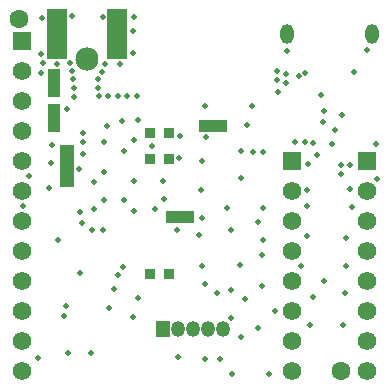
<source format=gts>
G04*
G04 #@! TF.GenerationSoftware,Altium Limited,Altium Designer,18.1.9 (240)*
G04*
G04 Layer_Color=8388736*
%FSLAX25Y25*%
%MOIN*%
G70*
G01*
G75*
%ADD15R,0.04724X0.08661*%
%ADD16R,0.03300X0.04200*%
%ADD17R,0.04200X0.03300*%
%ADD18R,0.03780X0.03780*%
%ADD19R,0.04567X0.04567*%
%ADD20R,0.03630X0.04030*%
%ADD21R,0.06630X0.16630*%
%ADD22C,0.06299*%
%ADD23R,0.04030X0.03630*%
%ADD24R,0.06130X0.06130*%
%ADD25C,0.06130*%
%ADD26O,0.04630X0.05354*%
%ADD27R,0.04630X0.05354*%
%ADD28C,0.07730*%
%ADD29O,0.04567X0.06535*%
%ADD30C,0.01811*%
D15*
X20001Y73500D02*
D03*
D16*
X68550Y86900D02*
D03*
X57450Y56500D02*
D03*
D17*
X15900Y101150D02*
D03*
Y89150D02*
D03*
D18*
X47627Y84368D02*
D03*
X54123D02*
D03*
X47627Y37500D02*
D03*
X54123D02*
D03*
X47627Y75767D02*
D03*
X54123D02*
D03*
D19*
X20000Y78224D02*
D03*
Y73500D02*
D03*
Y68776D02*
D03*
D20*
X71700Y86900D02*
D03*
X65700D02*
D03*
X60600Y56500D02*
D03*
X54600D02*
D03*
D21*
X36900Y117500D02*
D03*
X16900D02*
D03*
D22*
X111500Y5000D02*
D03*
X4000Y122500D02*
D03*
D23*
X15900Y98000D02*
D03*
Y104000D02*
D03*
Y86300D02*
D03*
Y92300D02*
D03*
D24*
X120000Y75000D02*
D03*
X95000D02*
D03*
X5000Y115000D02*
D03*
D25*
X120000Y55000D02*
D03*
Y45000D02*
D03*
Y65000D02*
D03*
Y35000D02*
D03*
Y25000D02*
D03*
Y15000D02*
D03*
Y5000D02*
D03*
X95000Y55000D02*
D03*
Y45000D02*
D03*
Y65000D02*
D03*
Y35000D02*
D03*
Y25000D02*
D03*
Y15000D02*
D03*
Y5000D02*
D03*
X5000Y105000D02*
D03*
Y95000D02*
D03*
Y65000D02*
D03*
Y85000D02*
D03*
Y75000D02*
D03*
Y55000D02*
D03*
X5000Y15000D02*
D03*
Y5000D02*
D03*
X5000Y45000D02*
D03*
Y35000D02*
D03*
Y25000D02*
D03*
D26*
X67000Y19000D02*
D03*
X62000D02*
D03*
X72000D02*
D03*
X57000D02*
D03*
D27*
X52000D02*
D03*
D28*
X26900Y109000D02*
D03*
D29*
X93475Y117500D02*
D03*
X121900D02*
D03*
D30*
X57500Y76000D02*
D03*
X66500Y83000D02*
D03*
X113000Y49500D02*
D03*
Y40000D02*
D03*
X101000Y20500D02*
D03*
X112000D02*
D03*
X75000Y4000D02*
D03*
X87500D02*
D03*
X14000Y66000D02*
D03*
X38500Y88500D02*
D03*
X15000Y80500D02*
D03*
X25512Y77500D02*
D03*
X24000Y72500D02*
D03*
X25512Y81268D02*
D03*
X14750Y74500D02*
D03*
X20000Y92500D02*
D03*
X25500Y84500D02*
D03*
X24500Y58000D02*
D03*
X29000Y68000D02*
D03*
X7500Y70000D02*
D03*
X49500Y59000D02*
D03*
X42500Y58500D02*
D03*
X39000Y62000D02*
D03*
Y78500D02*
D03*
X32500Y81500D02*
D03*
Y62000D02*
D03*
X29000Y59000D02*
D03*
X48500Y80000D02*
D03*
X42500Y68500D02*
D03*
X52000D02*
D03*
X52500Y62500D02*
D03*
X43600Y88900D02*
D03*
X32500Y71500D02*
D03*
X33379Y86825D02*
D03*
X80100Y87100D02*
D03*
X42500Y82000D02*
D03*
X90500Y98000D02*
D03*
X93100Y104200D02*
D03*
X90000Y102100D02*
D03*
X90158Y105118D02*
D03*
X93150Y101050D02*
D03*
X97300Y103500D02*
D03*
X99500Y104300D02*
D03*
X74800Y52200D02*
D03*
X83900Y54700D02*
D03*
X73361Y59300D02*
D03*
X57600Y83500D02*
D03*
X108300Y80700D02*
D03*
X64100Y50300D02*
D03*
X56800Y52200D02*
D03*
X17200Y48800D02*
D03*
X5300Y60000D02*
D03*
X64900Y65300D02*
D03*
X65000Y75000D02*
D03*
Y56200D02*
D03*
X12100Y107650D02*
D03*
X11400Y104500D02*
D03*
X120200Y112200D02*
D03*
X85325Y78000D02*
D03*
X82175D02*
D03*
X105400Y88100D02*
D03*
X105800Y91900D02*
D03*
X79331Y29131D02*
D03*
X123200Y80800D02*
D03*
X123400Y69200D02*
D03*
X111300Y73700D02*
D03*
X114500Y73600D02*
D03*
X99300Y81300D02*
D03*
X105900Y35200D02*
D03*
X111600Y90400D02*
D03*
X57000Y9800D02*
D03*
X32800Y107500D02*
D03*
X31800Y104900D02*
D03*
X93500Y111800D02*
D03*
X30500Y102500D02*
D03*
Y99500D02*
D03*
X30700Y96600D02*
D03*
X21200Y107800D02*
D03*
X21700Y105200D02*
D03*
X22200Y102300D02*
D03*
X22500Y99500D02*
D03*
Y96500D02*
D03*
X78000Y69500D02*
D03*
X25000Y54500D02*
D03*
X37000Y37000D02*
D03*
X32016Y51961D02*
D03*
X28500Y52000D02*
D03*
X42000Y23000D02*
D03*
X70000Y31000D02*
D03*
X66000Y9000D02*
D03*
X71000D02*
D03*
X78000Y16500D02*
D03*
Y78500D02*
D03*
X65000Y40000D02*
D03*
X66000Y34000D02*
D03*
X96000Y81400D02*
D03*
X100200Y65500D02*
D03*
X81800Y93500D02*
D03*
X66200D02*
D03*
X85400Y59500D02*
D03*
X114400Y65600D02*
D03*
X115000Y59800D02*
D03*
X102000Y81000D02*
D03*
X111400Y70600D02*
D03*
X100000Y60000D02*
D03*
X100200Y50000D02*
D03*
X98100Y40200D02*
D03*
X112800Y31000D02*
D03*
X85400Y48891D02*
D03*
X85000Y43900D02*
D03*
X85200Y33400D02*
D03*
X77600Y40300D02*
D03*
X102000Y29700D02*
D03*
X89400Y25000D02*
D03*
X83600Y19400D02*
D03*
X74600Y32100D02*
D03*
X74700Y22700D02*
D03*
X38600Y39900D02*
D03*
X24500Y37800D02*
D03*
X10300Y9400D02*
D03*
X20300Y11000D02*
D03*
X28200D02*
D03*
X19700Y26900D02*
D03*
X34100Y26100D02*
D03*
X11600Y122800D02*
D03*
X11500Y110800D02*
D03*
X42300Y123000D02*
D03*
X42100Y118300D02*
D03*
Y111200D02*
D03*
X37600Y107500D02*
D03*
X16800D02*
D03*
X32000Y123200D02*
D03*
X21700Y123300D02*
D03*
X33800Y96600D02*
D03*
X37100D02*
D03*
X40200D02*
D03*
X43500D02*
D03*
X19000Y23300D02*
D03*
X35800Y32500D02*
D03*
X43800Y29400D02*
D03*
X104724Y97244D02*
D03*
X115768Y104728D02*
D03*
X103300Y77000D02*
D03*
X100300Y74200D02*
D03*
X109500Y85500D02*
D03*
M02*

</source>
